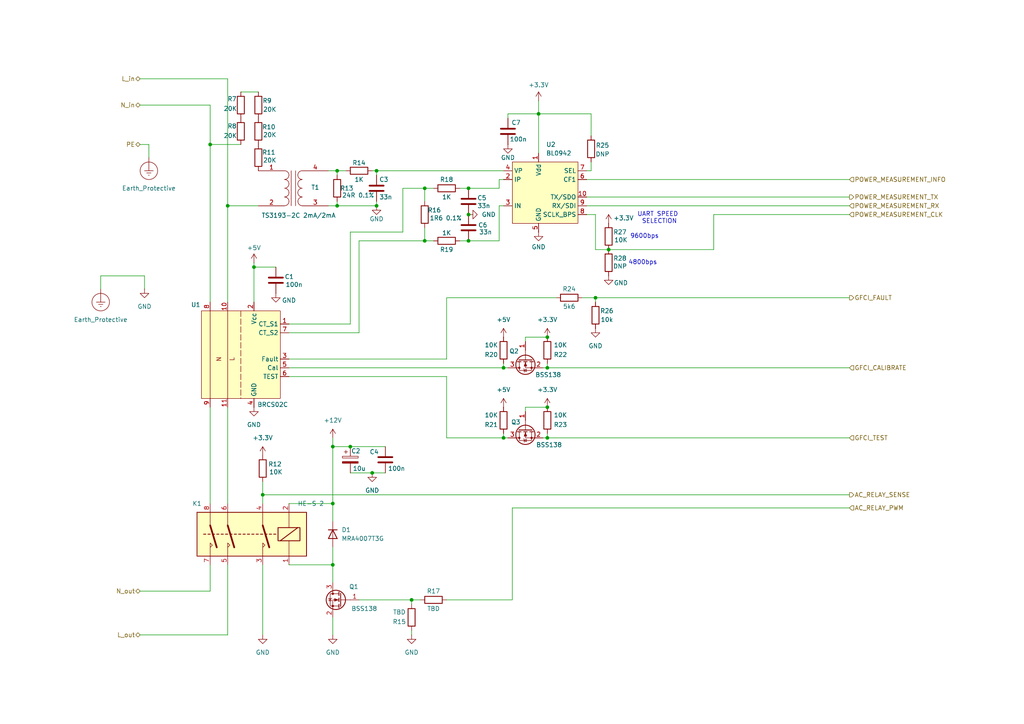
<source format=kicad_sch>
(kicad_sch (version 20231120) (generator "eeschema") (generator_version "8.0")
  (paper "A4")
  (title_block (title "EVSE") (date "2024-07-14") (rev "V2") (company "Blue Dot d.o.o.") (comment 1 "Lovro Oreskovic"))
  (lib_symbols
    (symbol "Device:C" (pin_numbers hide) (pin_names (offset 0.254))
      (property "Reference" "C" (at 0.635 2.54 0))
      (property "Value" "C" (at 0.635 -2.54 0))
      (symbol "C_0_1"
        (polyline (pts (xy -2.032 -0.762) (xy 2.032 -0.762)) (stroke (width 0.508)))
        (polyline (pts (xy -2.032 0.762) (xy 2.032 0.762)) (stroke (width 0.508)))
      )
      (symbol "C_1_1"
        (pin passive line (at 0 3.81 270) (length 2.794) (name "~") (number "1"))
        (pin passive line (at 0 -3.81 90) (length 2.794) (name "~") (number "2"))
      )
    )
    (symbol "Device:C_Polarized" (pin_numbers hide) (pin_names (offset 0.254))
      (property "Reference" "C" (at 0.635 2.54 0))
      (property "Value" "C_Polarized" (at 0.635 -2.54 0))
      (symbol "C_Polarized_0_1"
        (rectangle (start -2.286 0.508) (end 2.286 1.016))
        (polyline (pts (xy -1.778 2.286) (xy -0.762 2.286)))
        (polyline (pts (xy -1.27 2.794) (xy -1.27 1.778)))
        (rectangle (start 2.286 -0.508) (end -2.286 -1.016) (fill (type outline)))
      )
      (symbol "C_Polarized_1_1"
        (pin passive line (at 0 3.81 270) (length 2.794) (name "~") (number "1"))
        (pin passive line (at 0 -3.81 90) (length 2.794) (name "~") (number "2"))
      )
    )
    (symbol "Device:R" (pin_numbers hide) (pin_names (offset 0))
      (property "Reference" "R" (at 2.032 0 90))
      (property "Value" "R" (at 0 0 90))
      (symbol "R_0_1"
        (rectangle (start -1.016 -2.54) (end 1.016 2.54) (stroke (width 0.254)))
      )
      (symbol "R_1_1"
        (pin passive line (at 0 3.81 270) (length 1.27) (name "~") (number "1"))
        (pin passive line (at 0 -3.81 90) (length 1.27) (name "~") (number "2"))
      )
    )
    (symbol "Device:Transformer_1P_1S" (pin_names (offset 1.016) hide)
      (property "Reference" "T" (at 0 6.35 0))
      (property "Value" "Transformer_1P_1S" (at 0 -7.62 0))
      (symbol "Transformer_1P_1S_0_1"
        (arc (start -2.54 -5.0546) (mid -1.6599 -4.6901) (end -1.27 -3.81))
        (arc (start -2.54 -2.5146) (mid -1.6599 -2.1501) (end -1.27 -1.27))
        (arc (start -2.54 0.0254) (mid -1.6599 0.3899) (end -1.27 1.27))
        (arc (start -2.54 2.5654) (mid -1.6599 2.9299) (end -1.27 3.81))
        (arc (start -1.27 -3.81) (mid -1.642 -2.912) (end -2.54 -2.54))
        (arc (start -1.27 -1.27) (mid -1.642 -0.372) (end -2.54 0))
        (arc (start -1.27 1.27) (mid -1.642 2.168) (end -2.54 2.54))
        (arc (start -1.27 3.81) (mid -1.642 4.708) (end -2.54 5.08))
        (polyline (pts (xy -0.635 5.08) (xy -0.635 -5.08)))
        (polyline (pts (xy 0.635 -5.08) (xy 0.635 5.08)))
        (arc (start 1.2954 -1.27) (mid 1.6599 -2.1501) (end 2.54 -2.5146))
        (arc (start 1.2954 1.27) (mid 1.6599 0.3899) (end 2.54 0.0254))
        (arc (start 1.2954 3.81) (mid 1.6599 2.9299) (end 2.54 2.5654))
        (arc (start 1.3208 -3.81) (mid 1.6853 -4.6901) (end 2.5654 -5.0546))
        (arc (start 2.54 0) (mid 1.642 -0.372) (end 1.2954 -1.27))
        (arc (start 2.54 2.54) (mid 1.642 2.168) (end 1.2954 1.27))
        (arc (start 2.54 5.08) (mid 1.642 4.708) (end 1.2954 3.81))
        (arc (start 2.5654 -2.54) (mid 1.6674 -2.912) (end 1.3208 -3.81))
      )
      (symbol "Transformer_1P_1S_1_1"
        (pin passive line (at -10.16 5.08 0) (length 7.62) (name "AA") (number "1"))
        (pin passive line (at -10.16 -5.08 0) (length 7.62) (name "AB") (number "2"))
        (pin passive line (at 10.16 -5.08 180) (length 7.62) (name "SA") (number "3"))
        (pin passive line (at 10.16 5.08 180) (length 7.62) (name "SB") (number "4"))
      )
    )
    (symbol "Diode:MRA4007T3G" (pin_numbers hide) (pin_names hide)
      (property "Reference" "D" (at 0 2.54 0))
      (property "Value" "MRA4007T3G" (at 0 -2.54 0))
      (symbol "MRA4007T3G_0_1"
        (polyline (pts (xy -1.27 1.27) (xy -1.27 -1.27)) (stroke (width 0.254)))
        (polyline (pts (xy 1.27 0) (xy -1.27 0)))
        (polyline (pts (xy 1.27 1.27) (xy 1.27 -1.27) (xy -1.27 0) (xy 1.27 1.27)) (stroke (width 0.254)))
      )
      (symbol "MRA4007T3G_1_1"
        (pin passive line (at -3.81 0 0) (length 2.54) (name "K") (number "1"))
        (pin passive line (at 3.81 0 180) (length 2.54) (name "A") (number "2"))
      )
    )
    (symbol "Transistor_FET:BSS138" (pin_names hide)
      (property "Reference" "Q" (at 5.08 1.905 0))
      (property "Value" "BSS138" (at 5.08 0 0))
      (symbol "BSS138_0_1"
        (polyline (pts (xy 0.254 0) (xy -2.54 0)))
        (polyline (pts (xy 0.254 1.905) (xy 0.254 -1.905)) (stroke (width 0.254)))
        (polyline (pts (xy 0.762 -1.27) (xy 0.762 -2.286)) (stroke (width 0.254)))
        (polyline (pts (xy 0.762 0.508) (xy 0.762 -0.508)) (stroke (width 0.254)))
        (polyline (pts (xy 0.762 2.286) (xy 0.762 1.27)) (stroke (width 0.254)))
        (polyline (pts (xy 2.54 2.54) (xy 2.54 1.778)))
        (polyline (pts (xy 2.54 -2.54) (xy 2.54 0) (xy 0.762 0)))
        (polyline (pts (xy 0.762 -1.778) (xy 3.302 -1.778) (xy 3.302 1.778) (xy 0.762 1.778)))
        (polyline (pts (xy 1.016 0) (xy 2.032 0.381) (xy 2.032 -0.381) (xy 1.016 0)) (fill (type outline)))
        (polyline (pts (xy 2.794 0.508) (xy 2.921 0.381) (xy 3.683 0.381) (xy 3.81 0.254)))
        (polyline (pts (xy 3.302 0.381) (xy 2.921 -0.254) (xy 3.683 -0.254) (xy 3.302 0.381)))
        (circle (center 1.651 0) (radius 2.794) (stroke (width 0.254)))
        (circle (center 2.54 -1.778) (radius 0.254) (fill (type outline)))
        (circle (center 2.54 1.778) (radius 0.254) (fill (type outline)))
      )
      (symbol "BSS138_1_1"
        (pin input line (at -5.08 0 0) (length 2.54) (name "G") (number "1"))
        (pin passive line (at 2.54 -5.08 90) (length 2.54) (name "S") (number "2"))
        (pin passive line (at 2.54 5.08 270) (length 2.54) (name "D") (number "3"))
      )
    )
    (symbol "multi_new:BL0942"
      (property "Reference" "U2" (at 2.1941 12.7 0))
      (property "Value" "BL0942" (at 2.1941 10.16 0))
      (symbol "BL0942_1_1"
        (rectangle (start -7.62 7.62) (end 11.43 -10.16) (fill (type background)))
        (pin power_in line (at 0 10.16 270) (length 2.54) (name "Vdd") (number "1"))
        (pin power_in line (at 13.97 -2.54 180) (length 2.54) (name "TX/SDO") (number "10"))
        (pin input line (at -10.16 2.54 0) (length 2.54) (name "IP") (number "2"))
        (pin input line (at -10.16 -5.08 0) (length 2.54) (name "IN") (number "3"))
        (pin input line (at -10.16 5.08 0) (length 2.54) (name "VP") (number "4"))
        (pin power_in line (at 0 -12.7 90) (length 2.54) (name "GND") (number "5"))
        (pin power_in line (at 13.97 2.54 180) (length 2.54) (name "CF1") (number "6"))
        (pin power_in line (at 13.97 5.08 180) (length 2.54) (name "SEL") (number "7"))
        (pin power_in line (at 13.97 -7.62 180) (length 2.54) (name "SCLK_BPS") (number "8"))
        (pin power_in line (at 13.97 -5.08 180) (length 2.54) (name "RX/SDI") (number "9"))
      )
    )
    (symbol "multi_new:BRCS02C"
      (property "Reference" "U" (at -11.43 16.51 0))
      (property "Value" "BRCS02C" (at 11.43 -13.97 0))
      (symbol "BRCS02C_0_1"
        (polyline (pts (xy -8.89 13.97) (xy -8.89 -11.43)))
      )
      (symbol "BRCS02C_1_1"
        (rectangle (start -11.43 13.97) (end 11.43 -11.43) (fill (type background)))
        (polyline (pts (xy -3.81 13.97) (xy -3.81 -11.43)))
        (polyline (pts (xy 0 2.54) (xy 0 2.54)))
        (polyline (pts (xy 0 13.97) (xy 0 -11.43)) (stroke (width 0) (type dash)))
        (text "L" (at -2.54 0 900) (effects (font (size 1.27 1.27))))
        (text "N" (at -6.35 0 900) (effects (font (size 1.27 1.27))))
        (pin output line (at 13.97 10.16 180) (length 2.54) (name "CT_S1") (number "1"))
        (pin bidirectional line (at -3.81 16.51 270) (length 2.54) (name "") (number "10"))
        (pin bidirectional line (at -3.81 -13.97 90) (length 2.54) (name "") (number "11"))
        (pin power_in line (at 3.81 16.51 270) (length 2.54) (name "Vcc") (number "2"))
        (pin output line (at 13.97 0 180) (length 2.54) (name "Fault") (number "3"))
        (pin power_in line (at 3.81 -13.97 90) (length 2.54) (name "GND") (number "4"))
        (pin input line (at 13.97 -2.54 180) (length 2.54) (name "Cal") (number "5"))
        (pin input line (at 13.97 -5.08 180) (length 2.54) (name "TEST") (number "6"))
        (pin output line (at 13.97 7.62 180) (length 2.54) (name "CT_S2") (number "7"))
        (pin bidirectional line (at -8.89 16.51 270) (length 2.54) (name "") (number "8"))
        (pin bidirectional line (at -8.89 -13.97 90) (length 2.54) (name "") (number "9"))
      )
    )
    (symbol "multi_new:Panasonic_HE-S_2"
      (property "Reference" "K" (at 31.75 -2.54 0))
      (property "Value" "HE-S 2" (at -1.27 -2.54 0))
      (symbol "Panasonic_HE-S_2_0_0"
        (polyline (pts (xy 12.7 12.7) (xy 12.7 8.89) (xy 12.065 9.525) (xy 12.7 10.16)))
        (polyline (pts (xy 22.86 12.7) (xy 22.86 8.89) (xy 22.225 9.525) (xy 22.86 10.16)))
        (polyline (pts (xy 27.94 12.7) (xy 27.94 8.89) (xy 27.305 9.525) (xy 27.94 10.16)))
      )
      (symbol "Panasonic_HE-S_2_0_1"
        (polyline (pts (xy 2.54 4.445) (xy 7.62 8.255)) (stroke (width 0.254)))
        (polyline (pts (xy 5.08 0) (xy 5.08 4.445)))
        (polyline (pts (xy 5.08 12.7) (xy 5.08 8.255)))
        (polyline (pts (xy 8.89 6.35) (xy 9.525 6.35)) (stroke (width 0.254)))
        (polyline (pts (xy 10.16 6.35) (xy 10.795 6.35)) (stroke (width 0.254)))
        (polyline (pts (xy 11.43 6.35) (xy 12.065 6.35)) (stroke (width 0.254)))
        (polyline (pts (xy 12.7 3.81) (xy 10.795 10.16)) (stroke (width 0.508)))
        (polyline (pts (xy 12.7 3.81) (xy 12.7 0)))
        (polyline (pts (xy 12.7 6.35) (xy 13.335 6.35)) (stroke (width 0.254)))
        (polyline (pts (xy 13.97 6.35) (xy 14.605 6.35)) (stroke (width 0.254)))
        (polyline (pts (xy 15.24 6.35) (xy 15.875 6.35)) (stroke (width 0.254)))
        (polyline (pts (xy 16.51 6.35) (xy 17.145 6.35)) (stroke (width 0.254)))
        (polyline (pts (xy 17.78 6.35) (xy 18.415 6.35)) (stroke (width 0.254)))
        (polyline (pts (xy 19.05 6.35) (xy 19.685 6.35)) (stroke (width 0.254)))
        (polyline (pts (xy 20.32 6.35) (xy 20.955 6.35)) (stroke (width 0.254)))
        (polyline (pts (xy 21.59 6.35) (xy 22.225 6.35)) (stroke (width 0.254)))
        (polyline (pts (xy 22.86 3.81) (xy 20.955 10.16)) (stroke (width 0.508)))
        (polyline (pts (xy 22.86 3.81) (xy 22.86 0)))
        (polyline (pts (xy 22.86 6.35) (xy 23.495 6.35)) (stroke (width 0.254)))
        (polyline (pts (xy 24.13 6.35) (xy 24.765 6.35)) (stroke (width 0.254)))
        (polyline (pts (xy 25.4 6.35) (xy 26.035 6.35)) (stroke (width 0.254)))
        (polyline (pts (xy 26.67 6.35) (xy 27.305 6.35)) (stroke (width 0.254)))
        (polyline (pts (xy 27.94 3.81) (xy 26.035 10.16)) (stroke (width 0.508)))
        (polyline (pts (xy 27.94 3.81) (xy 27.94 0)))
        (polyline (pts (xy 27.94 6.35) (xy 28.575 6.35)) (stroke (width 0.254)))
        (polyline (pts (xy 29.21 6.35) (xy 29.845 6.35)) (stroke (width 0.254)))
        (rectangle (start 0 12.7) (end 31.75 0) (stroke (width 0.254)) (fill (type background)))
        (rectangle (start 1.905 8.255) (end 8.255 4.445) (stroke (width 0.254)))
      )
      (symbol "Panasonic_HE-S_2_1_1"
        (pin passive line (at 5.08 15.24 270) (length 2.54) (name "~") (number "1"))
        (pin passive line (at 5.08 -2.54 90) (length 2.54) (name "~") (number "2"))
        (pin passive line (at 12.7 15.24 270) (length 2.54) (name "~") (number "3"))
        (pin passive line (at 12.7 -2.54 90) (length 2.54) (name "~") (number "4"))
        (pin passive line (at 22.86 15.24 270) (length 2.54) (name "~") (number "5"))
        (pin passive line (at 22.86 -2.54 90) (length 2.54) (name "~") (number "6"))
        (pin passive line (at 27.94 15.24 270) (length 2.54) (name "~") (number "7"))
        (pin passive line (at 27.94 -2.54 90) (length 2.54) (name "~") (number "8"))
      )
    )
    (symbol "power:+12V" (power) (pin_numbers hide) (pin_names (offset 0) hide)
      (property "Value" "+12V" (at 0 3.556 0))
      (symbol "+12V_0_1"
        (polyline (pts (xy -0.762 1.27) (xy 0 2.54)))
        (polyline (pts (xy 0 0) (xy 0 2.54)))
        (polyline (pts (xy 0 2.54) (xy 0.762 1.27)))
      )
      (symbol "+12V_1_1"
        (pin power_in line (at 0 0 90) (length 0) (name "~") (number "1"))
      )
    )
    (symbol "power:+3.3V" (power) (pin_numbers hide) (pin_names (offset 0) hide)
      (property "Value" "+3.3V" (at 0 3.556 0))
      (symbol "+3.3V_0_1"
        (polyline (pts (xy -0.762 1.27) (xy 0 2.54)))
        (polyline (pts (xy 0 0) (xy 0 2.54)))
        (polyline (pts (xy 0 2.54) (xy 0.762 1.27)))
      )
      (symbol "+3.3V_1_1"
        (pin power_in line (at 0 0 90) (length 0) (name "~") (number "1"))
      )
    )
    (symbol "power:+5V" (power) (pin_numbers hide) (pin_names (offset 0) hide)
      (property "Value" "+5V" (at 0 3.556 0))
      (symbol "+5V_0_1"
        (polyline (pts (xy -0.762 1.27) (xy 0 2.54)))
        (polyline (pts (xy 0 0) (xy 0 2.54)))
        (polyline (pts (xy 0 2.54) (xy 0.762 1.27)))
      )
      (symbol "+5V_1_1"
        (pin power_in line (at 0 0 90) (length 0) (name "~") (number "1"))
      )
    )
    (symbol "power:Earth_Protective" (power) (pin_numbers hide) (pin_names (offset 0) hide)
      (property "Value" "Earth_Protective" (at 0 -7.62 0))
      (symbol "Earth_Protective_0_1"
        (circle (center 0 -3.81) (radius 2.54))
        (polyline (pts (xy -0.635 -4.445) (xy 0.635 -4.445)))
        (polyline (pts (xy -0.127 -5.08) (xy 0.127 -5.08)))
        (polyline (pts (xy 0 -3.81) (xy 0 0)))
        (polyline (pts (xy 1.27 -3.81) (xy -1.27 -3.81)))
      )
      (symbol "Earth_Protective_1_1"
        (pin power_in line (at 0 0 270) (length 0) (name "~") (number "1"))
      )
    )
    (symbol "power:GND" (power) (pin_numbers hide) (pin_names (offset 0) hide)
      (property "Value" "GND" (at 0 -3.81 0))
      (symbol "GND_0_1"
        (polyline (pts (xy 0 0) (xy 0 -1.27) (xy 1.27 -1.27) (xy 0 -2.54) (xy -1.27 -1.27) (xy 0 -1.27)))
      )
      (symbol "GND_1_1"
        (pin power_in line (at 0 0 270) (length 0) (name "~") (number "1"))
      )
    )
  )
  (junction (at 158.75 127))
  (junction (at 172.72 86.36))
  (junction (at 119.38 173.99))
  (junction (at 158.75 106.68))
  (junction (at 176.53 72.39))
  (junction (at 97.79 49.53))
  (junction (at 135.89 54.61))
  (junction (at 146.05 127))
  (junction (at 123.19 69.85))
  (junction (at 109.22 49.53))
  (junction (at 123.19 54.61))
  (junction (at 96.52 163.83))
  (junction (at 156.21 33.02))
  (junction (at 60.96 41.91))
  (junction (at 135.89 69.85))
  (junction (at 73.66 77.47))
  (junction (at 158.75 118.11))
  (junction (at 76.2 143.51))
  (junction (at 146.05 106.68))
  (junction (at 97.79 59.69))
  (junction (at 66.04 59.69))
  (junction (at 96.52 129.54))
  (junction (at 135.89 62.23))
  (junction (at 96.52 146.05))
  (junction (at 107.95 137.16))
  (junction (at 158.75 97.79))
  (junction (at 109.22 59.69))
  (junction (at 101.6 129.54))
  (wire (pts (xy 76.2 143.51) (xy 246.38 143.51)))
  (wire (pts (xy 96.52 129.54) (xy 101.6 129.54)))
  (wire (pts (xy 171.45 46.99) (xy 171.45 49.53)))
  (wire (pts (xy 123.19 69.85) (xy 125.73 69.85)))
  (wire (pts (xy 104.14 69.85) (xy 104.14 96.52)))
  (wire (pts (xy 101.6 93.98) (xy 83.82 93.98)))
  (wire (pts (xy 156.21 33.02) (xy 171.45 33.02)))
  (wire (pts (xy 76.2 143.51) (xy 76.2 139.7)))
  (wire (pts (xy 129.54 109.22) (xy 129.54 127)))
  (wire (pts (xy 148.59 147.32) (xy 148.59 173.99)))
  (wire (pts (xy 170.18 62.23) (xy 172.72 62.23)))
  (wire (pts (xy 96.52 163.83) (xy 96.52 168.91)))
  (wire (pts (xy 119.38 175.26) (xy 119.38 173.99)))
  (wire (pts (xy 135.89 54.61) (xy 144.78 54.61)))
  (wire (pts (xy 147.32 34.29) (xy 147.32 33.02)))
  (wire (pts (xy 66.04 59.69) (xy 66.04 87.63)))
  (wire (pts (xy 129.54 86.36) (xy 129.54 104.14)))
  (wire (pts (xy 83.82 106.68) (xy 146.05 106.68)))
  (wire (pts (xy 161.29 86.36) (xy 129.54 86.36)))
  (wire (pts (xy 123.19 54.61) (xy 116.84 54.61)))
  (wire (pts (xy 129.54 109.22) (xy 83.82 109.22)))
  (wire (pts (xy 158.75 106.68) (xy 246.38 106.68)))
  (wire (pts (xy 158.75 106.68) (xy 158.75 105.41)))
  (wire (pts (xy 96.52 129.54) (xy 96.52 146.05)))
  (wire (pts (xy 170.18 57.15) (xy 246.38 57.15)))
  (wire (pts (xy 66.04 118.11) (xy 66.04 146.05)))
  (wire (pts (xy 146.05 106.68) (xy 146.05 105.41)))
  (wire (pts (xy 60.96 118.11) (xy 60.96 146.05)))
  (wire (pts (xy 171.45 49.53) (xy 170.18 49.53)))
  (wire (pts (xy 123.19 54.61) (xy 123.19 58.42)))
  (wire (pts (xy 147.32 33.02) (xy 156.21 33.02)))
  (wire (pts (xy 40.64 41.91) (xy 43.18 41.91)))
  (wire (pts (xy 119.38 184.15) (xy 119.38 182.88)))
  (wire (pts (xy 60.96 30.48) (xy 60.96 41.91)))
  (wire (pts (xy 135.89 54.61) (xy 133.35 54.61)))
  (wire (pts (xy 147.32 106.68) (xy 146.05 106.68)))
  (wire (pts (xy 101.6 67.31) (xy 101.6 93.98)))
  (wire (pts (xy 144.78 52.07) (xy 144.78 54.61)))
  (wire (pts (xy 95.25 49.53) (xy 97.79 49.53)))
  (wire (pts (xy 96.52 179.07) (xy 96.52 184.15)))
  (wire (pts (xy 152.4 118.11) (xy 158.75 118.11)))
  (wire (pts (xy 144.78 52.07) (xy 146.05 52.07)))
  (wire (pts (xy 123.19 69.85) (xy 104.14 69.85)))
  (wire (pts (xy 119.38 173.99) (xy 104.14 173.99)))
  (wire (pts (xy 144.78 59.69) (xy 144.78 69.85)))
  (wire (pts (xy 152.4 99.06) (xy 152.4 97.79)))
  (wire (pts (xy 172.72 72.39) (xy 176.53 72.39)))
  (wire (pts (xy 40.64 184.15) (xy 66.04 184.15)))
  (wire (pts (xy 29.21 83.82) (xy 29.21 80.01)))
  (wire (pts (xy 109.22 58.42) (xy 109.22 59.69)))
  (wire (pts (xy 116.84 54.61) (xy 116.84 67.31)))
  (wire (pts (xy 40.64 22.86) (xy 66.04 22.86)))
  (wire (pts (xy 129.54 173.99) (xy 148.59 173.99)))
  (wire (pts (xy 129.54 127) (xy 146.05 127)))
  (wire (pts (xy 172.72 86.36) (xy 246.38 86.36)))
  (wire (pts (xy 60.96 41.91) (xy 60.96 87.63)))
  (wire (pts (xy 170.18 52.07) (xy 246.38 52.07)))
  (wire (pts (xy 66.04 184.15) (xy 66.04 163.83)))
  (wire (pts (xy 76.2 143.51) (xy 76.2 146.05)))
  (wire (pts (xy 69.85 26.67) (xy 74.93 26.67)))
  (wire (pts (xy 158.75 127) (xy 246.38 127)))
  (wire (pts (xy 60.96 30.48) (xy 40.64 30.48)))
  (wire (pts (xy 170.18 59.69) (xy 246.38 59.69)))
  (wire (pts (xy 152.4 97.79) (xy 158.75 97.79)))
  (wire (pts (xy 60.96 171.45) (xy 60.96 163.83)))
  (wire (pts (xy 121.92 173.99) (xy 119.38 173.99)))
  (wire (pts (xy 96.52 127) (xy 96.52 129.54)))
  (wire (pts (xy 107.95 137.16) (xy 111.76 137.16)))
  (wire (pts (xy 207.01 72.39) (xy 207.01 62.23)))
  (wire (pts (xy 109.22 49.53) (xy 146.05 49.53)))
  (wire (pts (xy 116.84 67.31) (xy 101.6 67.31)))
  (wire (pts (xy 83.82 104.14) (xy 129.54 104.14)))
  (wire (pts (xy 146.05 127) (xy 146.05 125.73)))
  (wire (pts (xy 95.25 59.69) (xy 97.79 59.69)))
  (wire (pts (xy 156.21 29.21) (xy 156.21 33.02)))
  (wire (pts (xy 171.45 39.37) (xy 171.45 33.02)))
  (wire (pts (xy 96.52 146.05) (xy 96.52 151.13)))
  (wire (pts (xy 40.64 171.45) (xy 60.96 171.45)))
  (wire (pts (xy 158.75 127) (xy 158.75 125.73)))
  (wire (pts (xy 73.66 76.2) (xy 73.66 77.47)))
  (wire (pts (xy 172.72 62.23) (xy 172.72 72.39)))
  (wire (pts (xy 97.79 49.53) (xy 97.79 50.8)))
  (wire (pts (xy 60.96 41.91) (xy 69.85 41.91)))
  (wire (pts (xy 125.73 54.61) (xy 123.19 54.61)))
  (wire (pts (xy 156.21 33.02) (xy 156.21 44.45)))
  (wire (pts (xy 168.91 86.36) (xy 172.72 86.36)))
  (wire (pts (xy 157.48 106.68) (xy 158.75 106.68)))
  (wire (pts (xy 172.72 86.36) (xy 172.72 87.63)))
  (wire (pts (xy 148.59 147.32) (xy 246.38 147.32)))
  (wire (pts (xy 97.79 59.69) (xy 97.79 58.42)))
  (wire (pts (xy 157.48 127) (xy 158.75 127)))
  (wire (pts (xy 144.78 69.85) (xy 135.89 69.85)))
  (wire (pts (xy 43.18 41.91) (xy 43.18 45.72)))
  (wire (pts (xy 41.91 80.01) (xy 41.91 83.82)))
  (wire (pts (xy 152.4 119.38) (xy 152.4 118.11)))
  (wire (pts (xy 83.82 163.83) (xy 96.52 163.83)))
  (wire (pts (xy 147.32 127) (xy 146.05 127)))
  (wire (pts (xy 135.89 69.85) (xy 133.35 69.85)))
  (wire (pts (xy 73.66 77.47) (xy 73.66 87.63)))
  (wire (pts (xy 97.79 59.69) (xy 109.22 59.69)))
  (wire (pts (xy 207.01 62.23) (xy 246.38 62.23)))
  (wire (pts (xy 101.6 137.16) (xy 107.95 137.16)))
  (wire (pts (xy 107.95 49.53) (xy 109.22 49.53)))
  (wire (pts (xy 176.53 72.39) (xy 207.01 72.39)))
  (wire (pts (xy 66.04 22.86) (xy 66.04 59.69)))
  (wire (pts (xy 104.14 96.52) (xy 83.82 96.52)))
  (wire (pts (xy 80.01 77.47) (xy 73.66 77.47)))
  (wire (pts (xy 144.78 59.69) (xy 146.05 59.69)))
  (wire (pts (xy 83.82 146.05) (xy 96.52 146.05)))
  (wire (pts (xy 76.2 184.15) (xy 76.2 163.83)))
  (wire (pts (xy 29.21 80.01) (xy 41.91 80.01)))
  (wire (pts (xy 96.52 163.83) (xy 96.52 158.75)))
  (wire (pts (xy 97.79 49.53) (xy 100.33 49.53)))
  (wire (pts (xy 101.6 129.54) (xy 111.76 129.54)))
  (wire (pts (xy 123.19 66.04) (xy 123.19 69.85)))
  (wire (pts (xy 109.22 49.53) (xy 109.22 50.8)))
  (wire (pts (xy 66.04 59.69) (xy 74.93 59.69)))
  (text "4800bps" (at 186.436 76.2 0) (effects (font (size 1.27 1.27))))
  (text "UART SPEED \nSELECTION" (at 191.262 63.246 0) (effects (font (size 1.27 1.27))))
  (text "9600bps" (at 186.944 68.58 0) (effects (font (size 1.27 1.27))))
  (hierarchical_label "GFCI_TEST" (shape input) (at 246.38 127 0))
  (hierarchical_label "L_in" (shape bidirectional) (at 40.64 22.86 180))
  (hierarchical_label "N_out" (shape bidirectional) (at 40.64 171.45 180))
  (hierarchical_label "AC_RELAY_SENSE" (shape output) (at 246.38 143.51 0))
  (hierarchical_label "POWER_MEASUREMENT_TX" (shape output) (at 246.38 57.15 0))
  (hierarchical_label "GFCI_FAULT" (shape output) (at 246.38 86.36 0))
  (hierarchical_label "PE" (shape bidirectional) (at 40.64 41.91 180))
  (hierarchical_label "POWER_MEASUREMENT_INFO" (shape input) (at 246.38 52.07 0))
  (hierarchical_label "N_in" (shape bidirectional) (at 40.64 30.48 180))
  (hierarchical_label "POWER_MEASUREMENT_RX" (shape input) (at 246.38 59.69 0))
  (hierarchical_label "GFCI_CALIBRATE" (shape input) (at 246.38 106.68 0))
  (hierarchical_label "POWER_MEASUREMENT_CLK" (shape input) (at 246.38 62.23 0))
  (hierarchical_label "L_out" (shape bidirectional) (at 40.64 184.15 180))
  (hierarchical_label "AC_RELAY_PWM" (shape input) (at 246.38 147.32 0))
  (symbol (lib_id "power:GND") (at 176.53 80.01 0) (unit 1)
    (property "Reference" "#PWR035" (effects (hide yes)))
    (property "Value" "GND" (at 180.086 82.042 0))
    (property "Description" "Power symbol creates a global label with name \"GND\" , ground" (effects (hide yes)))
  )
  (symbol (lib_id "power:GND") (at 73.66 118.11 0) (unit 1)
    (property "Reference" "#PWR016" (effects (hide yes)))
    (property "Value" "GND" (at 73.66 123.19 0))
    (property "Description" "Power symbol creates a global label with name \"GND\" , ground" (effects (hide yes)))
  )
  (symbol (lib_id "power:+3.3V") (at 158.75 97.79 0) (unit 1)
    (property "Reference" "#PWR031" (effects (hide yes)))
    (property "Value" "+3.3V" (at 158.75 92.71 0))
    (property "Description" "Power symbol creates a global label with name \"+3.3V\"" (effects (hide yes)))
  )
  (symbol (lib_id "power:Earth_Protective") (at 29.21 83.82 0) (unit 1)
    (property "Reference" "#PWR012" (effects (hide yes)))
    (property "Value" "Earth_Protective" (at 29.21 92.71 0))
    (property "Description" "Power symbol creates a global label with name \"Earth_Protective\"" (effects (hide yes)))
  )
  (symbol (lib_id "power:GND") (at 107.95 137.16 0) (unit 1)
    (property "Reference" "#PWR022" (effects (hide yes)))
    (property "Value" "GND" (at 107.95 142.24 0))
    (property "Description" "Power symbol creates a global label with name \"GND\" , ground" (effects (hide yes)))
  )
  (symbol (lib_id "Transistor_FET:BSS138") (at 152.4 104.14 90) (mirror x) (unit 1)
    (property "Reference" "Q2" (at 149.098 101.854 90))
    (property "Value" "BSS138" (at 159.004 108.712 90))
    (property "Footprint" "Package_TO_SOT_SMD:SOT-23" (effects (hide yes)))
    (property "Datasheet" "https://www.onsemi.com/pub/Collateral/BSS138-D.PDF" (effects (hide yes)))
    (property "Description" "50V Vds, 0.22A Id, N-Channel MOSFET, SOT-23" (effects (hide yes)))
  )
  (symbol (lib_id "Device:R") (at 125.73 173.99 270) (unit 1)
    (property "Reference" "R17" (at 125.73 171.45 90))
    (property "Value" "TBD" (at 125.73 176.53 90))
    (property "Footprint" "Resistor_SMD:R_0603_1608Metric" (effects (hide yes)))
    (property "Description" "Resistor" (effects (hide yes)))
  )
  (symbol (lib_id "Device:R") (at 69.85 38.1 180) (unit 1)
    (property "Reference" "R8" (at 67.31 36.576 0))
    (property "Value" "20K" (at 66.802 39.37 0))
    (property "Footprint" "Resistor_SMD:R_1206_3216Metric" (effects (hide yes)))
    (property "Description" "Resistor" (effects (hide yes)))
  )
  (symbol (lib_id "power:+3.3V") (at 76.2 132.08 0) (unit 1)
    (property "Reference" "#PWR017" (effects (hide yes)))
    (property "Value" "+3.3V" (at 76.2 127 0))
    (property "Description" "Power symbol creates a global label with name \"+3.3V\"" (effects (hide yes)))
  )
  (symbol (lib_id "Device:R") (at 146.05 101.6 180) (unit 1)
    (property "Reference" "R20" (at 142.494 102.87 0))
    (property "Value" "10K" (at 142.494 100.076 0))
    (property "Footprint" "Resistor_SMD:R_0603_1608Metric" (effects (hide yes)))
    (property "Description" "Resistor" (effects (hide yes)))
  )
  (symbol (lib_id "Device:R") (at 171.45 43.18 180) (unit 1)
    (property "Reference" "R25" (at 174.752 42.164 0))
    (property "Value" "DNP" (at 174.752 44.704 0))
    (property "Footprint" "Resistor_SMD:R_0603_1608Metric" (effects (hide yes)))
    (property "Description" "Resistor" (effects (hide yes)))
  )
  (symbol (lib_id "Device:R") (at 97.79 54.61 180) (unit 1)
    (property "Reference" "R13" (at 100.584 54.61 0))
    (property "Value" "24R 0.1%" (at 103.886 56.642 0))
    (property "Footprint" "Resistor_SMD:R_0603_1608Metric" (effects (hide yes)))
    (property "Description" "Resistor" (effects (hide yes)))
  )
  (symbol (lib_id "Device:R") (at 69.85 30.48 180) (unit 1)
    (property "Reference" "R7" (at 67.31 28.702 0))
    (property "Value" "20K" (at 66.802 31.496 0))
    (property "Footprint" "Resistor_SMD:R_1206_3216Metric" (effects (hide yes)))
    (property "Description" "Resistor" (effects (hide yes)))
  )
  (symbol (lib_id "Device:R") (at 146.05 121.92 180) (unit 1)
    (property "Reference" "R21" (at 142.494 123.19 0))
    (property "Value" "10K" (at 142.494 120.396 0))
    (property "Footprint" "Resistor_SMD:R_0603_1608Metric" (effects (hide yes)))
    (property "Description" "Resistor" (effects (hide yes)))
  )
  (symbol (lib_id "Device:R") (at 165.1 86.36 270) (unit 1)
    (property "Reference" "R24" (at 165.1 83.82 90))
    (property "Value" "5k6" (at 165.1 88.9 90))
    (property "Footprint" "Resistor_SMD:R_0603_1608Metric" (effects (hide yes)))
    (property "Description" "Resistor" (effects (hide yes)))
  )
  (symbol (lib_id "power:+12V") (at 96.52 127 0) (unit 1)
    (property "Reference" "#PWR020" (effects (hide yes)))
    (property "Value" "+12V" (at 96.52 121.92 0))
    (property "Description" "Power symbol creates a global label with name \"+12V\"" (effects (hide yes)))
  )
  (symbol (lib_id "Device:C") (at 135.89 66.04 0) (unit 1)
    (property "Reference" "C6" (at 138.684 65.278 0) (effects (justify left)))
    (property "Value" "33n" (at 138.938 67.31 0) (effects (justify left)))
    (property "Footprint" "Capacitor_SMD:C_0805_2012Metric" (effects (hide yes)))
    (property "Description" "Unpolarized capacitor" (effects (hide yes)))
  )
  (symbol (lib_id "Device:R") (at 123.19 62.23 180) (unit 1)
    (property "Reference" "R16" (at 125.984 60.96 0))
    (property "Value" "1R6 0.1%" (at 129.286 63.246 0))
    (property "Footprint" "Resistor_SMD:R_0603_1608Metric" (effects (hide yes)))
    (property "Description" "Resistor" (effects (hide yes)))
  )
  (symbol (lib_id "power:GND") (at 80.01 85.09 0) (unit 1)
    (property "Reference" "#PWR019" (effects (hide yes)))
    (property "Value" "GND" (at 83.82 87.122 0))
    (property "Description" "Power symbol creates a global label with name \"GND\" , ground" (effects (hide yes)))
  )
  (symbol (lib_id "Device:R") (at 104.14 49.53 90) (unit 1)
    (property "Reference" "R14" (at 104.14 47.244 90))
    (property "Value" "1K" (at 104.14 52.07 90))
    (property "Footprint" "Resistor_SMD:R_0603_1608Metric" (effects (hide yes)))
    (property "Description" "Resistor" (effects (hide yes)))
  )
  (symbol (lib_id "Transistor_FET:BSS138") (at 152.4 124.46 90) (mirror x) (unit 1)
    (property "Reference" "Q3" (at 149.606 122.428 90))
    (property "Value" "BSS138" (at 159.258 129.032 90))
    (property "Footprint" "Package_TO_SOT_SMD:SOT-23" (effects (hide yes)))
    (property "Datasheet" "https://www.onsemi.com/pub/Collateral/BSS138-D.PDF" (effects (hide yes)))
    (property "Description" "50V Vds, 0.22A Id, N-Channel MOSFET, SOT-23" (effects (hide yes)))
  )
  (symbol (lib_id "power:GND") (at 96.52 184.15 0) (unit 1)
    (property "Reference" "#PWR021" (effects (hide yes)))
    (property "Value" "GND" (at 96.52 189.23 0))
    (property "Description" "Power symbol creates a global label with name \"GND\" , ground" (effects (hide yes)))
  )
  (symbol (lib_id "Transistor_FET:BSS138") (at 99.06 173.99 0) (mirror y) (unit 1)
    (property "Reference" "Q1" (at 102.616 170.18 0))
    (property "Value" "BSS138" (at 105.664 176.53 0))
    (property "Footprint" "Package_TO_SOT_SMD:SOT-23" (effects (hide yes)))
    (property "Datasheet" "https://www.onsemi.com/pub/Collateral/BSS138-D.PDF" (effects (hide yes)))
    (property "Description" "50V Vds, 0.22A Id, N-Channel MOSFET, SOT-23" (effects (hide yes)))
  )
  (symbol (lib_id "Device:C") (at 135.89 58.42 0) (unit 1)
    (property "Reference" "C5" (at 138.43 57.404 0) (effects (justify left)))
    (property "Value" "33n" (at 138.43 59.69 0) (effects (justify left)))
    (property "Footprint" "Capacitor_SMD:C_0805_2012Metric" (effects (hide yes)))
    (property "Description" "Unpolarized capacitor" (effects (hide yes)))
  )
  (symbol (lib_id "multi_new:BL0942") (at 156.21 54.61 0) (unit 1)
    (property "Reference" "U2" (at 158.4041 41.91 0) (effects (justify left)))
    (property "Value" "BL0942" (at 158.4041 44.45 0) (effects (justify left)))
    (property "Footprint" "Package_SO:SSOP-10-1EP_3.9x4.9mm_P1mm_EP2.1x3.3mm" (effects (hide yes)))
    (property "Description" "BL0942 calibration-free Metering IC" (effects (hide yes)))
    (property "LCSC" "C2837510" (effects (hide yes)))
  )
  (symbol (lib_id "power:GND") (at 135.89 62.23 90) (unit 1)
    (property "Reference" "#PWR025" (effects (hide yes)))
    (property "Value" "GND" (at 139.7 62.2299 90) (effects (justify right)))
    (property "Description" "Power symbol creates a global label with name \"GND\" , ground" (effects (hide yes)))
  )
  (symbol (lib_id "power:GND") (at 119.38 184.15 0) (unit 1)
    (property "Reference" "#PWR024" (effects (hide yes)))
    (property "Value" "GND" (at 119.38 189.23 0))
    (property "Description" "Power symbol creates a global label with name \"GND\" , ground" (effects (hide yes)))
  )
  (symbol (lib_id "power:Earth_Protective") (at 43.18 45.72 0) (unit 1)
    (property "Reference" "#PWR014" (effects (hide yes)))
    (property "Value" "Earth_Protective" (at 43.18 54.61 0))
    (property "Description" "Power symbol creates a global label with name \"Earth_Protective\"" (effects (hide yes)))
  )
  (symbol (lib_id "Device:R") (at 176.53 68.58 0) (unit 1)
    (property "Reference" "R27" (at 179.832 67.31 0))
    (property "Value" "10K" (at 180.086 69.596 0))
    (property "Footprint" "Resistor_SMD:R_0603_1608Metric" (effects (hide yes)))
    (property "Description" "Resistor" (effects (hide yes)))
  )
  (symbol (lib_id "Device:C") (at 147.32 38.1 0) (unit 1)
    (property "Reference" "C7" (at 148.336 35.56 0) (effects (justify left)))
    (property "Value" "100n" (at 147.828 40.386 0) (effects (justify left)))
    (property "Footprint" "Capacitor_SMD:C_0805_2012Metric" (effects (hide yes)))
    (property "Description" "Unpolarized capacitor" (effects (hide yes)))
  )
  (symbol (lib_id "Device:R") (at 158.75 101.6 180) (unit 1)
    (property "Reference" "R22" (at 162.56 102.87 0))
    (property "Value" "10K" (at 162.56 100.076 0))
    (property "Footprint" "Resistor_SMD:R_0603_1608Metric" (effects (hide yes)))
    (property "Description" "Resistor" (effects (hide yes)))
  )
  (symbol (lib_id "power:+3.3V") (at 156.21 29.21 0) (unit 1)
    (property "Reference" "#PWR029" (effects (hide yes)))
    (property "Value" "+3.3V" (at 156.21 24.638 0))
    (property "Description" "Power symbol creates a global label with name \"+3.3V\"" (effects (hide yes)))
  )
  (symbol (lib_id "Device:R") (at 172.72 91.44 180) (unit 1)
    (property "Reference" "R26" (at 176.022 90.17 0))
    (property "Value" "10k" (at 176.022 92.71 0))
    (property "Footprint" "Resistor_SMD:R_0603_1608Metric" (effects (hide yes)))
    (property "Description" "Resistor" (effects (hide yes)))
  )
  (symbol (lib_id "Device:R") (at 74.93 45.72 180) (unit 1)
    (property "Reference" "R11" (at 77.978 44.196 0))
    (property "Value" "20K" (at 78.232 46.482 0))
    (property "Footprint" "Resistor_SMD:R_1206_3216Metric" (effects (hide yes)))
    (property "Description" "Resistor" (effects (hide yes)))
  )
  (symbol (lib_id "multi_new:Panasonic_HE-S_2") (at 88.9 148.59 180) (unit 1)
    (property "Reference" "K1" (at 57.15 146.05 0))
    (property "Value" "HE-S 2" (at 90.17 146.05 0))
    (property "Footprint" "multi_new:panasonic HE-s" (effects (hide yes)))
  )
  (symbol (lib_id "power:GND") (at 172.72 95.25 0) (unit 1)
    (property "Reference" "#PWR033" (effects (hide yes)))
    (property "Value" "GND" (at 172.72 100.33 0))
    (property "Description" "Power symbol creates a global label with name \"GND\" , ground" (effects (hide yes)))
  )
  (symbol (lib_id "Diode:MRA4007T3G") (at 96.52 154.94 270) (unit 1)
    (property "Reference" "D1" (at 99.06 153.6699 90) (effects (justify left)))
    (property "Value" "MRA4007T3G" (at 99.06 156.2099 90) (effects (justify left)))
    (property "Footprint" "Diode_SMD:D_SMA" (effects (hide yes)))
    (property "Datasheet" "http://www.onsemi.com/pub_link/Collateral/MRA4003T3-D.PDF" (effects (hide yes)))
    (property "Description" "1000V, 1A, General Purpose Rectifier Diode, SMA(DO-214AC)" (effects (hide yes)))
    (property "Sim.Device" "D" (effects (hide yes)))
    (property "Sim.Pins" "1=K 2=A" (effects (hide yes)))
  )
  (symbol (lib_id "power:GND") (at 147.32 41.91 0) (unit 1)
    (property "Reference" "#PWR028" (effects (hide yes)))
    (property "Value" "GND" (at 147.32 45.72 0))
    (property "Description" "Power symbol creates a global label with name \"GND\" , ground" (effects (hide yes)))
  )
  (symbol (lib_id "Device:R") (at 129.54 69.85 90) (unit 1)
    (property "Reference" "R19" (at 129.54 72.39 90))
    (property "Value" "1K" (at 129.54 67.564 90))
    (property "Footprint" "Resistor_SMD:R_0603_1608Metric" (effects (hide yes)))
    (property "Description" "Resistor" (effects (hide yes)))
  )
  (symbol (lib_id "Device:Transformer_1P_1S") (at 85.09 54.61 0) (unit 1)
    (property "Reference" "T1" (at 91.44 54.356 0))
    (property "Value" "TS3193-2C 2mA/2mA" (at 86.614 62.484 0))
    (property "Description" "Transformer, single primary, single secondary" (effects (hide yes)))
    (property "LCSC" "C2896606" (effects (hide yes)))
  )
  (symbol (lib_id "power:GND") (at 41.91 83.82 0) (unit 1)
    (property "Reference" "#PWR013" (effects (hide yes)))
    (property "Value" "GND" (at 41.91 88.9 0))
    (property "Description" "Power symbol creates a global label with name \"GND\" , ground" (effects (hide yes)))
  )
  (symbol (lib_id "power:+5V") (at 146.05 97.79 0) (unit 1)
    (property "Reference" "#PWR026" (effects (hide yes)))
    (property "Value" "+5V" (at 146.05 92.71 0))
    (property "Description" "Power symbol creates a global label with name \"+5V\"" (effects (hide yes)))
  )
  (symbol (lib_id "power:GND") (at 76.2 184.15 0) (unit 1)
    (property "Reference" "#PWR018" (effects (hide yes)))
    (property "Value" "GND" (at 76.2 189.23 0))
    (property "Description" "Power symbol creates a global label with name \"GND\" , ground" (effects (hide yes)))
  )
  (symbol (lib_id "Device:C_Polarized") (at 101.6 133.35 0) (unit 1)
    (property "Reference" "C2" (at 101.854 130.81 0) (effects (justify left)))
    (property "Value" " 10u" (at 101.346 135.89 0) (effects (justify left)))
    (property "Description" "Polarized capacitor" (effects (hide yes)))
  )
  (symbol (lib_id "Device:C") (at 111.76 133.35 0) (unit 1)
    (property "Reference" "C4" (at 107.188 131.064 0) (effects (justify left)))
    (property "Value" "100n" (at 112.522 135.89 0) (effects (justify left)))
    (property "Footprint" "Capacitor_SMD:C_0805_2012Metric" (effects (hide yes)))
    (property "Description" "Unpolarized capacitor" (effects (hide yes)))
  )
  (symbol (lib_id "Device:R") (at 176.53 76.2 0) (unit 1)
    (property "Reference" "R28" (at 179.832 74.93 0))
    (property "Value" "DNP" (at 179.832 77.216 0))
    (property "Footprint" "Resistor_SMD:R_0603_1608Metric" (effects (hide yes)))
    (property "Description" "Resistor" (effects (hide yes)))
  )
  (symbol (lib_id "power:+3.3V") (at 176.53 64.77 0) (unit 1)
    (property "Reference" "#PWR034" (effects (hide yes)))
    (property "Value" "+3.3V" (at 180.848 63.246 0))
    (property "Description" "Power symbol creates a global label with name \"+3.3V\"" (effects (hide yes)))
  )
  (symbol (lib_id "power:+3.3V") (at 158.75 118.11 0) (unit 1)
    (property "Reference" "#PWR032" (effects (hide yes)))
    (property "Value" "+3.3V" (at 158.75 113.03 0))
    (property "Description" "Power symbol creates a global label with name \"+3.3V\"" (effects (hide yes)))
  )
  (symbol (lib_id "Device:C") (at 109.22 54.61 0) (unit 1)
    (property "Reference" "C3" (at 109.982 52.07 0) (effects (justify left)))
    (property "Value" "33n" (at 109.982 57.15 0) (effects (justify left)))
    (property "Footprint" "Capacitor_SMD:C_0805_2012Metric" (effects (hide yes)))
    (property "Description" "Unpolarized capacitor" (effects (hide yes)))
  )
  (symbol (lib_id "Device:R") (at 74.93 30.48 180) (unit 1)
    (property "Reference" "R9" (at 77.47 29.21 0))
    (property "Value" "20K" (at 78.232 31.75 0))
    (property "Footprint" "Resistor_SMD:R_1206_3216Metric" (effects (hide yes)))
    (property "Description" "Resistor" (effects (hide yes)))
  )
  (symbol (lib_id "Device:R") (at 158.75 121.92 180) (unit 1)
    (property "Reference" "R23" (at 162.56 123.19 0))
    (property "Value" "10K" (at 162.56 120.396 0))
    (property "Footprint" "Resistor_SMD:R_0603_1608Metric" (effects (hide yes)))
    (property "Description" "Resistor" (effects (hide yes)))
  )
  (symbol (lib_id "power:GND") (at 109.22 59.69 0) (unit 1)
    (property "Reference" "#PWR023" (effects (hide yes)))
    (property "Value" "GND" (at 109.22 63.5 0))
    (property "Description" "Power symbol creates a global label with name \"GND\" , ground" (effects (hide yes)))
  )
  (symbol (lib_id "Device:C") (at 80.01 81.28 0) (unit 1)
    (property "Reference" "C1" (at 82.55 80.264 0) (effects (justify left)))
    (property "Value" "100n" (at 82.804 82.55 0) (effects (justify left)))
    (property "Footprint" "Capacitor_SMD:C_0805_2012Metric" (effects (hide yes)))
    (property "Description" "Unpolarized capacitor" (effects (hide yes)))
  )
  (symbol (lib_id "Device:R") (at 76.2 135.89 0) (unit 1)
    (property "Reference" "R12" (at 79.756 134.62 0))
    (property "Value" "10K" (at 80.01 136.906 0))
    (property "Footprint" "Resistor_SMD:R_0603_1608Metric" (effects (hide yes)))
    (property "Description" "Resistor" (effects (hide yes)))
  )
  (symbol (lib_id "power:GND") (at 156.21 67.31 0) (unit 1)
    (property "Reference" "#PWR030" (effects (hide yes)))
    (property "Value" "GND" (at 156.21 71.628 0))
    (property "Description" "Power symbol creates a global label with name \"GND\" , ground" (effects (hide yes)))
  )
  (symbol (lib_id "Device:R") (at 119.38 179.07 180) (unit 1)
    (property "Reference" "R15" (at 115.824 180.34 0))
    (property "Value" "TBD" (at 115.824 177.546 0))
    (property "Footprint" "Resistor_SMD:R_0603_1608Metric" (effects (hide yes)))
    (property "Description" "Resistor" (effects (hide yes)))
  )
  (symbol (lib_id "power:+5V") (at 146.05 118.11 0) (unit 1)
    (property "Reference" "#PWR027" (effects (hide yes)))
    (property "Value" "+5V" (at 146.05 113.03 0))
    (property "Description" "Power symbol creates a global label with name \"+5V\"" (effects (hide yes)))
  )
  (symbol (lib_id "power:+5V") (at 73.66 76.2 0) (unit 1)
    (property "Reference" "#PWR015" (effects (hide yes)))
    (property "Value" "+5V" (at 73.66 71.882 0))
    (property "Description" "Power symbol creates a global label with name \"+5V\"" (effects (hide yes)))
  )
  (symbol (lib_id "Device:R") (at 129.54 54.61 90) (unit 1)
    (property "Reference" "R18" (at 129.54 52.07 90))
    (property "Value" "1K" (at 129.54 57.15 90))
    (property "Footprint" "Resistor_SMD:R_0603_1608Metric" (effects (hide yes)))
    (property "Description" "Resistor" (effects (hide yes)))
  )
  (symbol (lib_id "Device:R") (at 74.93 38.1 180) (unit 1)
    (property "Reference" "R10" (at 77.978 36.83 0))
    (property "Value" "20K" (at 78.232 39.116 0))
    (property "Footprint" "Resistor_SMD:R_1206_3216Metric" (effects (hide yes)))
    (property "Description" "Resistor" (effects (hide yes)))
  )
  (symbol (lib_id "multi_new:BRCS02C") (at 69.85 104.14 0) (unit 1)
    (property "Reference" "U1" (at 58.166 88.392 0) (effects (justify right)))
    (property "Value" "BRCS02C" (at 83.566 117.348 0) (effects (justify right)))
    (property "Footprint" "multi_new:BRCS02C" (effects (hide yes)))
    (property "Description" "Two-in-one Current Sensor (AC/DC residual current + charging current) for Charging Equipment of Electric Vehicle" (effects (hide yes)))
  )
)
</source>
